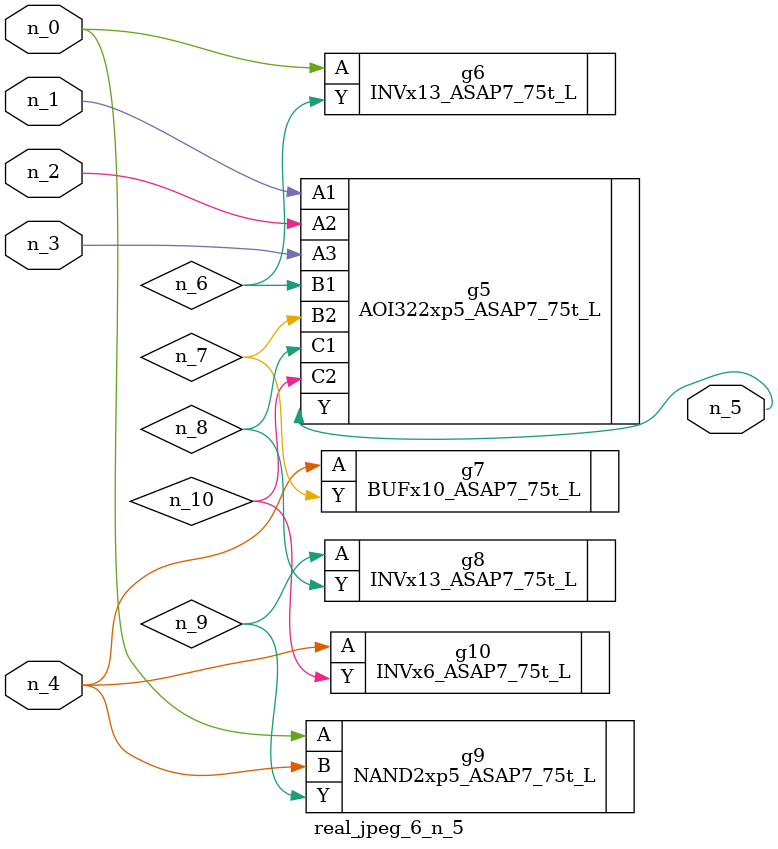
<source format=v>
module real_jpeg_6_n_5 (n_4, n_0, n_1, n_2, n_3, n_5);

input n_4;
input n_0;
input n_1;
input n_2;
input n_3;

output n_5;

wire n_8;
wire n_6;
wire n_7;
wire n_10;
wire n_9;

INVx13_ASAP7_75t_L g6 ( 
.A(n_0),
.Y(n_6)
);

NAND2xp5_ASAP7_75t_L g9 ( 
.A(n_0),
.B(n_4),
.Y(n_9)
);

AOI322xp5_ASAP7_75t_L g5 ( 
.A1(n_1),
.A2(n_2),
.A3(n_3),
.B1(n_6),
.B2(n_7),
.C1(n_8),
.C2(n_10),
.Y(n_5)
);

BUFx10_ASAP7_75t_L g7 ( 
.A(n_4),
.Y(n_7)
);

INVx6_ASAP7_75t_L g10 ( 
.A(n_4),
.Y(n_10)
);

INVx13_ASAP7_75t_L g8 ( 
.A(n_9),
.Y(n_8)
);


endmodule
</source>
